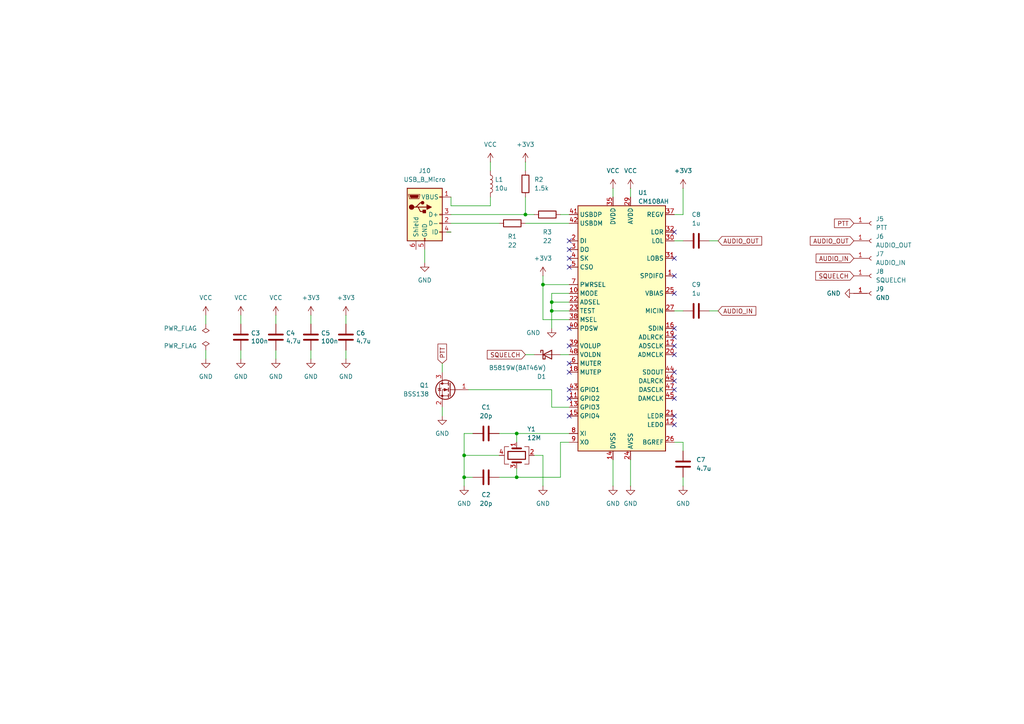
<source format=kicad_sch>
(kicad_sch (version 20231120) (generator "eeschema") (generator_version "8.0")
  (paper "A4")
  (lib_symbols
    (symbol "Cmedia_USB_Audio:CM108AH"
      (property "Reference" "U" (at 0 1.27 0))
      (property "Value" "CM108AH" (at 0 -1.27 0))
      (symbol "CM108AH_1_1"
        (rectangle (start -12.7 35.56) (end 12.7 -35.56) (stroke (width 0.254)) (fill (type background)))
        (pin output line (at 15.24 15.24 180) (length 2.54) (name "SPDIFO") (number "1"))
        (pin input line (at -15.24 10.16 0) (length 2.54) (name "MODE") (number "10"))
        (pin bidirectional line (at -15.24 -20.32 0) (length 2.54) (name "GPIO2") (number "11"))
        (pin output line (at 15.24 -27.94 180) (length 2.54) (name "LED0") (number "12"))
        (pin bidirectional line (at -15.24 -22.86 0) (length 2.54) (name "GPIO3") (number "13"))
        (pin power_in line (at -2.54 -38.1 90) (length 2.54) (name "DVSS") (number "14"))
        (pin bidirectional line (at -15.24 -25.4 0) (length 2.54) (name "GPIO4") (number "15"))
        (pin bidirectional line (at 15.24 0 180) (length 2.54) (name "SDIN") (number "16"))
        (pin bidirectional line (at 15.24 -5.08 180) (length 2.54) (name "ADSCLK") (number "17"))
        (pin input line (at -15.24 -12.7 0) (length 2.54) (name "MUTEP") (number "18"))
        (pin output line (at 15.24 -2.54 180) (length 2.54) (name "ADLRCK") (number "19"))
        (pin bidirectional line (at -15.24 25.4 0) (length 2.54) (name "DI") (number "2"))
        (pin bidirectional line (at 15.24 -7.62 180) (length 2.54) (name "ADMCLK") (number "20"))
        (pin output line (at 15.24 -25.4 180) (length 2.54) (name "LEDR") (number "21"))
        (pin input line (at -15.24 7.62 0) (length 2.54) (name "ADSEL") (number "22"))
        (pin input line (at -15.24 5.08 0) (length 2.54) (name "TEST") (number "23"))
        (pin power_in line (at 2.54 -38.1 90) (length 2.54) (name "AVSS") (number "24"))
        (pin output line (at 15.24 10.16 180) (length 2.54) (name "VBIAS") (number "25"))
        (pin passive line (at 15.24 -33.02 180) (length 2.54) (name "BGREF") (number "26"))
        (pin input line (at 15.24 5.08 180) (length 2.54) (name "MICIN") (number "27"))
        (pin no_connect line (at 15.24 30.48 180) (length 2.54) hide (name "N.C.") (number "28"))
        (pin power_in line (at 2.54 38.1 270) (length 2.54) (name "AVDD") (number "29"))
        (pin output line (at -15.24 22.86 0) (length 2.54) (name "DO") (number "3"))
        (pin output line (at 15.24 25.4 180) (length 2.54) (name "LOL") (number "30"))
        (pin output line (at 15.24 20.32 180) (length 2.54) (name "LOBS") (number "31"))
        (pin output line (at 15.24 27.94 180) (length 2.54) (name "LOR") (number "32"))
        (pin passive line (at 2.54 -38.1 90) (length 2.54) hide (name "AVSS") (number "33"))
        (pin passive line (at 2.54 38.1 270) (length 2.54) hide (name "AVDD") (number "34"))
        (pin power_in line (at -2.54 38.1 270) (length 2.54) (name "DVDD") (number "35"))
        (pin passive line (at -2.54 -38.1 90) (length 2.54) hide (name "DVSS") (number "36"))
        (pin power_out line (at 15.24 33.02 180) (length 2.54) (name "REGV") (number "37"))
        (pin input line (at -15.24 2.54 0) (length 2.54) (name "MSEL") (number "38"))
        (pin input line (at -15.24 -5.08 0) (length 2.54) (name "VOLUP") (number "39"))
        (pin output line (at -15.24 20.32 0) (length 2.54) (name "SK") (number "4"))
        (pin output line (at -15.24 0 0) (length 2.54) (name "PDSW") (number "40"))
        (pin bidirectional line (at -15.24 33.02 0) (length 2.54) (name "USBDP") (number "41"))
        (pin bidirectional line (at -15.24 30.48 0) (length 2.54) (name "USBDM") (number "42"))
        (pin bidirectional line (at -15.24 -17.78 0) (length 2.54) (name "GPIO1") (number "43"))
        (pin output line (at 15.24 -12.7 180) (length 2.54) (name "SDOUT") (number "44"))
        (pin output line (at 15.24 -20.32 180) (length 2.54) (name "DAMCLK") (number "45"))
        (pin output line (at 15.24 -15.24 180) (length 2.54) (name "DALRCK") (number "46"))
        (pin output line (at 15.24 -17.78 180) (length 2.54) (name "DASCLK") (number "47"))
        (pin input line (at -15.24 -7.62 0) (length 2.54) (name "VOLDN") (number "48"))
        (pin output line (at -15.24 17.78 0) (length 2.54) (name "CSO") (number "5"))
        (pin input line (at -15.24 -10.16 0) (length 2.54) (name "MUTER") (number "6"))
        (pin input line (at -15.24 12.7 0) (length 2.54) (name "PWRSEL") (number "7"))
        (pin input line (at -15.24 -30.48 0) (length 2.54) (name "XI") (number "8"))
        (pin output line (at -15.24 -33.02 0) (length 2.54) (name "XO") (number "9"))
      )
    )
    (symbol "Connector:Conn_01x01_Socket" (pin_names (offset 1.016) hide)
      (property "Reference" "J" (at 0 2.54 0))
      (property "Value" "Conn_01x01_Socket" (at 0 -2.54 0))
      (symbol "Conn_01x01_Socket_1_1"
        (polyline (pts (xy -1.27 0) (xy -0.508 0)) (stroke (width 0.1524)))
        (arc (start 0 0.508) (mid -0.5058 0) (end 0 -0.508) (stroke (width 0.1524)))
        (pin passive line (at -5.08 0 0) (length 3.81) (name "Pin_1") (number "1"))
      )
    )
    (symbol "Connector:USB_B_Micro" (pin_names (offset 1.016))
      (property "Reference" "J" (at -5.08 11.43 0))
      (property "Value" "USB_B_Micro" (at -5.08 8.89 0))
      (symbol "USB_B_Micro_0_1"
        (rectangle (start -5.08 -7.62) (end 5.08 7.62) (stroke (width 0.254)) (fill (type background)))
        (circle (center -3.81 2.159) (radius 0.635) (stroke (width 0.254)) (fill (type outline)))
        (circle (center -0.635 3.429) (radius 0.381) (stroke (width 0.254)) (fill (type outline)))
        (rectangle (start -0.127 -7.62) (end 0.127 -6.858))
        (polyline (pts (xy -1.905 2.159) (xy 0.635 2.159)) (stroke (width 0.254)))
        (polyline (pts (xy -3.175 2.159) (xy -2.54 2.159) (xy -1.27 3.429) (xy -0.635 3.429)) (stroke (width 0.254)))
        (polyline (pts (xy -2.54 2.159) (xy -1.905 2.159) (xy -1.27 0.889) (xy 0 0.889)) (stroke (width 0.254)))
        (polyline (pts (xy 0.635 2.794) (xy 0.635 1.524) (xy 1.905 2.159) (xy 0.635 2.794)) (stroke (width 0.254)) (fill (type outline)))
        (polyline (pts (xy -4.318 5.588) (xy -1.778 5.588) (xy -2.032 4.826) (xy -4.064 4.826) (xy -4.318 5.588)) (fill (type outline)))
        (polyline (pts (xy -4.699 5.842) (xy -4.699 5.588) (xy -4.445 4.826) (xy -4.445 4.572) (xy -1.651 4.572) (xy -1.651 4.826) (xy -1.397 5.588) (xy -1.397 5.842) (xy -4.699 5.842)))
        (rectangle (start 0.254 1.27) (end -0.508 0.508) (stroke (width 0.254)) (fill (type outline)))
        (rectangle (start 5.08 -5.207) (end 4.318 -4.953))
        (rectangle (start 5.08 -2.667) (end 4.318 -2.413))
        (rectangle (start 5.08 -0.127) (end 4.318 0.127))
        (rectangle (start 5.08 4.953) (end 4.318 5.207))
      )
      (symbol "USB_B_Micro_1_1"
        (pin power_out line (at 7.62 5.08 180) (length 2.54) (name "VBUS") (number "1"))
        (pin bidirectional line (at 7.62 -2.54 180) (length 2.54) (name "D-") (number "2"))
        (pin bidirectional line (at 7.62 0 180) (length 2.54) (name "D+") (number "3"))
        (pin passive line (at 7.62 -5.08 180) (length 2.54) (name "ID") (number "4"))
        (pin power_out line (at 0 -10.16 90) (length 2.54) (name "GND") (number "5"))
        (pin passive line (at -2.54 -10.16 90) (length 2.54) (name "Shield") (number "6"))
      )
    )
    (symbol "Device:C" (pin_numbers hide) (pin_names (offset 0.254))
      (property "Reference" "C" (at 0.635 2.54 0))
      (property "Value" "C" (at 0.635 -2.54 0))
      (symbol "C_0_1"
        (polyline (pts (xy -2.032 -0.762) (xy 2.032 -0.762)) (stroke (width 0.508)))
        (polyline (pts (xy -2.032 0.762) (xy 2.032 0.762)) (stroke (width 0.508)))
      )
      (symbol "C_1_1"
        (pin passive line (at 0 3.81 270) (length 2.794) (name "~") (number "1"))
        (pin passive line (at 0 -3.81 90) (length 2.794) (name "~") (number "2"))
      )
    )
    (symbol "Device:Crystal_GND24" (pin_names (offset 1.016) hide)
      (property "Reference" "Y" (at 3.175 5.08 0))
      (property "Value" "Crystal_GND24" (at 3.175 3.175 0))
      (symbol "Crystal_GND24_0_1"
        (rectangle (start -1.143 2.54) (end 1.143 -2.54) (stroke (width 0.3048)))
        (polyline (pts (xy -2.54 0) (xy -2.032 0)))
        (polyline (pts (xy -2.032 -1.27) (xy -2.032 1.27)) (stroke (width 0.508)))
        (polyline (pts (xy 0 -3.81) (xy 0 -3.556)))
        (polyline (pts (xy 0 3.556) (xy 0 3.81)))
        (polyline (pts (xy 2.032 -1.27) (xy 2.032 1.27)) (stroke (width 0.508)))
        (polyline (pts (xy 2.032 0) (xy 2.54 0)))
        (polyline (pts (xy -2.54 -2.286) (xy -2.54 -3.556) (xy 2.54 -3.556) (xy 2.54 -2.286)))
        (polyline (pts (xy -2.54 2.286) (xy -2.54 3.556) (xy 2.54 3.556) (xy 2.54 2.286)))
      )
      (symbol "Crystal_GND24_1_1"
        (pin passive line (at -3.81 0 0) (length 1.27) (name "1") (number "1"))
        (pin passive line (at 0 5.08 270) (length 1.27) (name "2") (number "2"))
        (pin passive line (at 3.81 0 180) (length 1.27) (name "3") (number "3"))
        (pin passive line (at 0 -5.08 90) (length 1.27) (name "4") (number "4"))
      )
    )
    (symbol "Device:D_Schottky" (pin_numbers hide) (pin_names (offset 1.016) hide)
      (property "Reference" "D" (at 0 2.54 0))
      (property "Value" "D_Schottky" (at 0 -2.54 0))
      (symbol "D_Schottky_0_1"
        (polyline (pts (xy 1.27 0) (xy -1.27 0)))
        (polyline (pts (xy 1.27 1.27) (xy 1.27 -1.27) (xy -1.27 0) (xy 1.27 1.27)) (stroke (width 0.254)))
        (polyline (pts (xy -1.905 0.635) (xy -1.905 1.27) (xy -1.27 1.27) (xy -1.27 -1.27) (xy -0.635 -1.27) (xy -0.635 -0.635)) (stroke (width 0.254)))
      )
      (symbol "D_Schottky_1_1"
        (pin passive line (at -3.81 0 0) (length 2.54) (name "K") (number "1"))
        (pin passive line (at 3.81 0 180) (length 2.54) (name "A") (number "2"))
      )
    )
    (symbol "Device:L" (pin_numbers hide) (pin_names (offset 1.016) hide)
      (property "Reference" "L" (at -1.27 0 90))
      (property "Value" "L" (at 1.905 0 90))
      (symbol "L_0_1"
        (arc (start 0 -2.54) (mid 0.6323 -1.905) (end 0 -1.27))
        (arc (start 0 -1.27) (mid 0.6323 -0.635) (end 0 0))
        (arc (start 0 0) (mid 0.6323 0.635) (end 0 1.27))
        (arc (start 0 1.27) (mid 0.6323 1.905) (end 0 2.54))
      )
      (symbol "L_1_1"
        (pin passive line (at 0 3.81 270) (length 1.27) (name "1") (number "1"))
        (pin passive line (at 0 -3.81 90) (length 1.27) (name "2") (number "2"))
      )
    )
    (symbol "Device:R" (pin_numbers hide) (pin_names (offset 0))
      (property "Reference" "R" (at 2.032 0 90))
      (property "Value" "R" (at 0 0 90))
      (symbol "R_0_1"
        (rectangle (start -1.016 -2.54) (end 1.016 2.54) (stroke (width 0.254)))
      )
      (symbol "R_1_1"
        (pin passive line (at 0 3.81 270) (length 1.27) (name "~") (number "1"))
        (pin passive line (at 0 -3.81 90) (length 1.27) (name "~") (number "2"))
      )
    )
    (symbol "Transistor_FET:BSS138" (pin_names hide)
      (property "Reference" "Q" (at 5.08 1.905 0))
      (property "Value" "BSS138" (at 5.08 0 0))
      (symbol "BSS138_0_1"
        (polyline (pts (xy 0.254 0) (xy -2.54 0)))
        (polyline (pts (xy 0.254 1.905) (xy 0.254 -1.905)) (stroke (width 0.254)))
        (polyline (pts (xy 0.762 -1.27) (xy 0.762 -2.286)) (stroke (width 0.254)))
        (polyline (pts (xy 0.762 0.508) (xy 0.762 -0.508)) (stroke (width 0.254)))
        (polyline (pts (xy 0.762 2.286) (xy 0.762 1.27)) (stroke (width 0.254)))
        (polyline (pts (xy 2.54 2.54) (xy 2.54 1.778)))
        (polyline (pts (xy 2.54 -2.54) (xy 2.54 0) (xy 0.762 0)))
        (polyline (pts (xy 0.762 -1.778) (xy 3.302 -1.778) (xy 3.302 1.778) (xy 0.762 1.778)))
        (polyline (pts (xy 1.016 0) (xy 2.032 0.381) (xy 2.032 -0.381) (xy 1.016 0)) (fill (type outline)))
        (polyline (pts (xy 2.794 0.508) (xy 2.921 0.381) (xy 3.683 0.381) (xy 3.81 0.254)))
        (polyline (pts (xy 3.302 0.381) (xy 2.921 -0.254) (xy 3.683 -0.254) (xy 3.302 0.381)))
        (circle (center 1.651 0) (radius 2.794) (stroke (width 0.254)))
        (circle (center 2.54 -1.778) (radius 0.254) (fill (type outline)))
        (circle (center 2.54 1.778) (radius 0.254) (fill (type outline)))
      )
      (symbol "BSS138_1_1"
        (pin input line (at -5.08 0 0) (length 2.54) (name "G") (number "1"))
        (pin passive line (at 2.54 -5.08 90) (length 2.54) (name "S") (number "2"))
        (pin passive line (at 2.54 5.08 270) (length 2.54) (name "D") (number "3"))
      )
    )
    (symbol "power:+3V3" (power) (pin_numbers hide) (pin_names (offset 0) hide)
      (property "Value" "+3V3" (at 0 3.556 0))
      (symbol "+3V3_0_1"
        (polyline (pts (xy -0.762 1.27) (xy 0 2.54)))
        (polyline (pts (xy 0 0) (xy 0 2.54)))
        (polyline (pts (xy 0 2.54) (xy 0.762 1.27)))
      )
      (symbol "+3V3_1_1"
        (pin power_in line (at 0 0 90) (length 0) (name "~") (number "1"))
      )
    )
    (symbol "power:GND" (power) (pin_numbers hide) (pin_names (offset 0) hide)
      (property "Value" "GND" (at 0 -3.81 0))
      (symbol "GND_0_1"
        (polyline (pts (xy 0 0) (xy 0 -1.27) (xy 1.27 -1.27) (xy 0 -2.54) (xy -1.27 -1.27) (xy 0 -1.27)))
      )
      (symbol "GND_1_1"
        (pin power_in line (at 0 0 270) (length 0) (name "~") (number "1"))
      )
    )
    (symbol "power:PWR_FLAG" (power) (pin_numbers hide) (pin_names (offset 0) hide)
      (property "Value" "PWR_FLAG" (at 0 3.81 0))
      (symbol "PWR_FLAG_0_0"
        (pin power_out line (at 0 0 90) (length 0) (name "~") (number "1"))
      )
      (symbol "PWR_FLAG_0_1"
        (polyline (pts (xy 0 0) (xy 0 1.27) (xy -1.016 1.905) (xy 0 2.54) (xy 1.016 1.905) (xy 0 1.27)))
      )
    )
    (symbol "power:VCC" (power) (pin_numbers hide) (pin_names (offset 0) hide)
      (property "Value" "VCC" (at 0 3.556 0))
      (symbol "VCC_0_1"
        (polyline (pts (xy -0.762 1.27) (xy 0 2.54)))
        (polyline (pts (xy 0 0) (xy 0 2.54)))
        (polyline (pts (xy 0 2.54) (xy 0.762 1.27)))
      )
      (symbol "VCC_1_1"
        (pin power_in line (at 0 0 90) (length 0) (name "~") (number "1"))
      )
    )
  )
  (junction (at 160.02 90.17))
  (junction (at 149.86 125.73))
  (junction (at 157.48 82.55))
  (junction (at 152.4 62.23))
  (junction (at 134.62 138.43))
  (junction (at 149.86 138.43))
  (junction (at 160.02 87.63))
  (junction (at 134.62 132.08))
  (no_connect (at 195.58 80.01))
  (no_connect (at 165.1 105.41))
  (no_connect (at 195.58 95.25))
  (no_connect (at 195.58 85.09))
  (no_connect (at 165.1 72.39))
  (no_connect (at 195.58 123.19))
  (no_connect (at 195.58 67.31))
  (no_connect (at 195.58 120.65))
  (no_connect (at 195.58 115.57))
  (no_connect (at 165.1 115.57))
  (no_connect (at 165.1 100.33))
  (no_connect (at 195.58 102.87))
  (no_connect (at 165.1 95.25))
  (no_connect (at 165.1 107.95))
  (no_connect (at 195.58 113.03))
  (no_connect (at 165.1 69.85))
  (no_connect (at 195.58 110.49))
  (no_connect (at 195.58 100.33))
  (no_connect (at 165.1 77.47))
  (no_connect (at 195.58 97.79))
  (no_connect (at 165.1 74.93))
  (no_connect (at 195.58 74.93))
  (no_connect (at 165.1 113.03))
  (no_connect (at 165.1 120.65))
  (no_connect (at 195.58 107.95))
  (wire (pts (xy 142.24 59.69) (xy 142.24 57.15)))
  (wire (pts (xy 80.01 104.14) (xy 80.01 101.6)))
  (wire (pts (xy 128.27 120.65) (xy 128.27 118.11)))
  (wire (pts (xy 157.48 80.01) (xy 157.48 82.55)))
  (wire (pts (xy 177.8 133.35) (xy 177.8 140.97)))
  (wire (pts (xy 59.69 101.6) (xy 59.69 104.14)))
  (wire (pts (xy 160.02 87.63) (xy 160.02 90.17)))
  (wire (pts (xy 130.81 64.77) (xy 144.78 64.77)))
  (wire (pts (xy 165.1 85.09) (xy 160.02 85.09)))
  (wire (pts (xy 128.27 105.41) (xy 128.27 107.95)))
  (wire (pts (xy 152.4 46.99) (xy 152.4 49.53)))
  (wire (pts (xy 100.33 93.98) (xy 100.33 91.44)))
  (wire (pts (xy 198.12 90.17) (xy 195.58 90.17)))
  (wire (pts (xy 162.56 138.43) (xy 149.86 138.43)))
  (wire (pts (xy 123.19 76.2) (xy 123.19 72.39)))
  (wire (pts (xy 134.62 125.73) (xy 134.62 132.08)))
  (wire (pts (xy 198.12 69.85) (xy 195.58 69.85)))
  (wire (pts (xy 177.8 54.61) (xy 177.8 57.15)))
  (wire (pts (xy 149.86 138.43) (xy 149.86 135.89)))
  (wire (pts (xy 157.48 82.55) (xy 165.1 82.55)))
  (wire (pts (xy 162.56 102.87) (xy 165.1 102.87)))
  (wire (pts (xy 160.02 87.63) (xy 165.1 87.63)))
  (wire (pts (xy 154.94 132.08) (xy 157.48 132.08)))
  (wire (pts (xy 162.56 128.27) (xy 162.56 138.43)))
  (wire (pts (xy 80.01 93.98) (xy 80.01 91.44)))
  (wire (pts (xy 137.16 138.43) (xy 134.62 138.43)))
  (wire (pts (xy 90.17 104.14) (xy 90.17 101.6)))
  (wire (pts (xy 165.1 92.71) (xy 157.48 92.71)))
  (wire (pts (xy 198.12 130.81) (xy 198.12 128.27)))
  (wire (pts (xy 157.48 132.08) (xy 157.48 140.97)))
  (wire (pts (xy 160.02 90.17) (xy 160.02 95.25)))
  (wire (pts (xy 198.12 62.23) (xy 195.58 62.23)))
  (wire (pts (xy 135.89 113.03) (xy 160.02 113.03)))
  (wire (pts (xy 152.4 62.23) (xy 154.94 62.23)))
  (wire (pts (xy 142.24 46.99) (xy 142.24 49.53)))
  (wire (pts (xy 100.33 104.14) (xy 100.33 101.6)))
  (wire (pts (xy 162.56 128.27) (xy 165.1 128.27)))
  (wire (pts (xy 130.81 59.69) (xy 130.81 57.15)))
  (wire (pts (xy 90.17 91.44) (xy 90.17 93.98)))
  (wire (pts (xy 149.86 125.73) (xy 165.1 125.73)))
  (wire (pts (xy 144.78 138.43) (xy 149.86 138.43)))
  (wire (pts (xy 157.48 92.71) (xy 157.48 82.55)))
  (wire (pts (xy 130.81 62.23) (xy 152.4 62.23)))
  (wire (pts (xy 198.12 54.61) (xy 198.12 62.23)))
  (wire (pts (xy 137.16 125.73) (xy 134.62 125.73)))
  (wire (pts (xy 134.62 132.08) (xy 134.62 138.43)))
  (wire (pts (xy 130.81 59.69) (xy 142.24 59.69)))
  (wire (pts (xy 205.74 69.85) (xy 208.28 69.85)))
  (wire (pts (xy 182.88 54.61) (xy 182.88 57.15)))
  (wire (pts (xy 160.02 90.17) (xy 165.1 90.17)))
  (wire (pts (xy 149.86 125.73) (xy 149.86 128.27)))
  (wire (pts (xy 154.94 102.87) (xy 152.4 102.87)))
  (wire (pts (xy 144.78 132.08) (xy 134.62 132.08)))
  (wire (pts (xy 69.85 91.44) (xy 69.85 93.98)))
  (wire (pts (xy 160.02 113.03) (xy 160.02 118.11)))
  (wire (pts (xy 162.56 62.23) (xy 165.1 62.23)))
  (wire (pts (xy 134.62 140.97) (xy 134.62 138.43)))
  (wire (pts (xy 205.74 90.17) (xy 208.28 90.17)))
  (wire (pts (xy 144.78 125.73) (xy 149.86 125.73)))
  (wire (pts (xy 160.02 118.11) (xy 165.1 118.11)))
  (wire (pts (xy 152.4 57.15) (xy 152.4 62.23)))
  (wire (pts (xy 198.12 138.43) (xy 198.12 140.97)))
  (wire (pts (xy 160.02 85.09) (xy 160.02 87.63)))
  (wire (pts (xy 129.54 67.31) (xy 130.81 67.31)))
  (wire (pts (xy 152.4 64.77) (xy 165.1 64.77)))
  (wire (pts (xy 198.12 128.27) (xy 195.58 128.27)))
  (wire (pts (xy 59.69 91.44) (xy 59.69 93.98)))
  (wire (pts (xy 69.85 104.14) (xy 69.85 101.6)))
  (wire (pts (xy 182.88 133.35) (xy 182.88 140.97)))
  (global_label "AUDIO_IN" (shape input) (at 208.28 90.17 0) (property "Intersheetrefs" "${INTERSHEET_REFS}" (effects (hide yes))))
  (global_label "PTT" (shape input) (at 247.65 64.77 180) (property "Intersheetrefs" "${INTERSHEET_REFS}" (effects (hide yes))))
  (global_label "AUDIO_OUT" (shape input) (at 208.28 69.85 0) (property "Intersheetrefs" "${INTERSHEET_REFS}" (effects (hide yes))))
  (global_label "AUDIO_IN" (shape input) (at 247.65 74.93 180) (property "Intersheetrefs" "${INTERSHEET_REFS}" (effects (hide yes))))
  (global_label "AUDIO_OUT" (shape input) (at 247.65 69.85 180) (property "Intersheetrefs" "${INTERSHEET_REFS}" (effects (hide yes))))
  (global_label "SQUELCH" (shape input) (at 247.65 80.01 180) (property "Intersheetrefs" "${INTERSHEET_REFS}" (effects (hide yes))))
  (global_label "SQUELCH" (shape input) (at 152.4 102.87 180) (property "Intersheetrefs" "${INTERSHEET_REFS}" (effects (hide yes))))
  (global_label "PTT" (shape input) (at 128.27 105.41 90) (property "Intersheetrefs" "${INTERSHEET_REFS}" (effects (hide yes))))
  (symbol (lib_id "Device:R") (at 158.75 62.23 270) (unit 1)
    (property "Reference" "R3" (at 158.75 67.31 90))
    (property "Value" "22" (at 158.75 69.85 90))
    (property "Footprint" "Resistor_SMD:R_0603_1608Metric" (effects (hide yes)))
  )
  (symbol (lib_id "Device:R") (at 148.59 64.77 270) (unit 1)
    (property "Reference" "R1" (at 148.59 68.58 90))
    (property "Value" "22" (at 148.59 71.12 90))
    (property "Footprint" "Resistor_SMD:R_0603_1608Metric" (effects (hide yes)))
  )
  (symbol (lib_id "Device:R") (at 152.4 53.34 180) (unit 1)
    (property "Reference" "R2" (at 154.94 52.0699 0) (effects (justify right)))
    (property "Value" "1.5k" (at 154.94 54.6099 0) (effects (justify right)))
    (property "Footprint" "Resistor_SMD:R_0603_1608Metric" (effects (hide yes)))
  )
  (symbol (lib_id "Device:C") (at 140.97 138.43 90) (mirror x) (unit 1)
    (property "Reference" "C2" (at 140.97 143.51 90))
    (property "Value" "20p" (at 140.97 146.05 90))
    (property "Footprint" "Capacitor_SMD:C_0603_1608Metric" (effects (hide yes)))
  )
  (symbol (lib_id "Device:C") (at 140.97 125.73 270) (unit 1)
    (property "Reference" "C1" (at 140.97 118.11 90))
    (property "Value" "20p" (at 140.97 120.65 90))
    (property "Footprint" "Capacitor_SMD:C_0603_1608Metric" (effects (hide yes)))
  )
  (symbol (lib_id "Device:C") (at 198.12 134.62 0) (unit 1)
    (property "Reference" "C7" (at 201.93 133.3499 0) (effects (justify left)))
    (property "Value" "4.7u" (at 201.93 135.8899 0) (effects (justify left)))
    (property "Footprint" "Capacitor_SMD:C_0603_1608Metric" (effects (hide yes)))
  )
  (symbol (lib_id "power:GND") (at 198.12 140.97 0) (unit 1)
    (property "Reference" "#PWR025" (effects (hide yes)))
    (property "Value" "GND" (at 198.12 146.05 0))
    (property "Description" "Power symbol creates a global label with name \"GND\" , ground" (effects (hide yes)))
  )
  (symbol (lib_id "Device:C") (at 201.93 90.17 270) (unit 1)
    (property "Reference" "C9" (at 201.93 82.55 90))
    (property "Value" "1u" (at 201.93 85.09 90))
    (property "Footprint" "Capacitor_SMD:C_0603_1608Metric" (effects (hide yes)))
  )
  (symbol (lib_id "Device:Crystal_GND24") (at 149.86 132.08 270) (unit 1)
    (property "Reference" "Y1" (at 152.8765 124.46 90) (effects (justify left)))
    (property "Value" "12M" (at 152.8765 127 90) (effects (justify left)))
    (property "Footprint" "Crystal:Crystal_SMD_3225-4Pin_3.2x2.5mm" (effects (hide yes)))
  )
  (symbol (lib_id "power:GND") (at 157.48 140.97 0) (unit 1)
    (property "Reference" "#PWR016" (effects (hide yes)))
    (property "Value" "GND" (at 157.48 146.05 0))
    (property "Description" "Power symbol creates a global label with name \"GND\" , ground" (effects (hide yes)))
  )
  (symbol (lib_id "power:GND") (at 134.62 140.97 0) (unit 1)
    (property "Reference" "#PWR07" (effects (hide yes)))
    (property "Value" "GND" (at 134.62 146.05 0))
    (property "Description" "Power symbol creates a global label with name \"GND\" , ground" (effects (hide yes)))
  )
  (symbol (lib_id "power:VCC") (at 142.24 46.99 0) (unit 1)
    (property "Reference" "#PWR010" (effects (hide yes)))
    (property "Value" "VCC" (at 142.24 41.91 0))
    (property "Description" "Power symbol creates a global label with name \"VCC\"" (effects (hide yes)))
  )
  (symbol (lib_id "power:GND") (at 123.19 76.2 0) (unit 1)
    (property "Reference" "#PWR011" (effects (hide yes)))
    (property "Value" "GND" (at 123.19 81.28 0))
    (property "Description" "Power symbol creates a global label with name \"GND\" , ground" (effects (hide yes)))
  )
  (symbol (lib_id "Transistor_FET:BSS138") (at 130.81 113.03 0) (mirror y) (unit 1)
    (property "Reference" "Q1" (at 124.46 111.7599 0) (effects (justify left)))
    (property "Value" "BSS138" (at 124.46 114.2999 0) (effects (justify left)))
    (property "Footprint" "Package_TO_SOT_SMD:SOT-23" (effects (hide yes)))
    (property "Datasheet" "https://www.fairchildsemi.com/datasheets/BS/BSS138.pdf" (effects (hide yes)))
  )
  (symbol (lib_id "power:GND") (at 128.27 120.65 0) (mirror y) (unit 1)
    (property "Reference" "#PWR026" (effects (hide yes)))
    (property "Value" "GND" (at 128.27 125.73 0))
    (property "Description" "Power symbol creates a global label with name \"GND\" , ground" (effects (hide yes)))
  )
  (symbol (lib_id "Device:D_Schottky") (at 158.75 102.87 0) (unit 1)
    (property "Reference" "D1" (at 158.4325 109.22 0) (effects (justify right)))
    (property "Value" "B5819W(BAT46W)" (at 158.4325 106.68 0) (effects (justify right)))
    (property "Footprint" "Diode_SMD:D_SOD-123" (effects (hide yes)))
    (property "LCSC" "C8598" (effects (hide yes)))
  )
  (symbol (lib_id "Device:L") (at 142.24 53.34 0) (unit 1)
    (property "Reference" "L1" (at 143.51 52.0699 0) (effects (justify left)))
    (property "Value" "10u" (at 143.51 54.6099 0) (effects (justify left)))
    (property "Footprint" "Inductor_SMD:L_0805_2012Metric" (effects (hide yes)))
  )
  (symbol (lib_id "Device:C") (at 90.17 97.79 0) (unit 1)
    (property "Reference" "C5" (at 93.091 96.6216 0) (effects (justify left)))
    (property "Value" "100n" (at 93.091 98.933 0) (effects (justify left)))
    (property "Footprint" "Capacitor_SMD:C_0603_1608Metric" (effects (hide yes)))
  )
  (symbol (lib_id "power:+3V3") (at 90.17 91.44 0) (unit 1)
    (property "Reference" "#PWR0101" (effects (hide yes)))
    (property "Value" "+3V3" (at 90.17 86.36 0))
    (property "Description" "Power symbol creates a global label with name \"+3V3\"" (effects (hide yes)))
  )
  (symbol (lib_id "power:GND") (at 90.17 104.14 0) (unit 1)
    (property "Reference" "#PWR0102" (effects (hide yes)))
    (property "Value" "GND" (at 90.17 109.22 0))
    (property "Description" "Power symbol creates a global label with name \"GND\" , ground" (effects (hide yes)))
  )
  (symbol (lib_id "power:+3V3") (at 152.4 46.99 0) (unit 1)
    (property "Reference" "#PWR014" (effects (hide yes)))
    (property "Value" "+3V3" (at 152.4 41.91 0))
    (property "Description" "Power symbol creates a global label with name \"+3V3\"" (effects (hide yes)))
  )
  (symbol (lib_id "power:+3V3") (at 100.33 91.44 0) (unit 1)
    (property "Reference" "#PWR012" (effects (hide yes)))
    (property "Value" "+3V3" (at 100.33 86.36 0))
    (property "Description" "Power symbol creates a global label with name \"+3V3\"" (effects (hide yes)))
  )
  (symbol (lib_id "Device:C") (at 100.33 97.79 0) (unit 1)
    (property "Reference" "C6" (at 103.251 96.6216 0) (effects (justify left)))
    (property "Value" "4.7u" (at 103.251 98.933 0) (effects (justify left)))
    (property "Footprint" "Capacitor_SMD:C_0603_1608Metric" (effects (hide yes)))
  )
  (symbol (lib_id "power:GND") (at 100.33 104.14 0) (unit 1)
    (property "Reference" "#PWR013" (effects (hide yes)))
    (property "Value" "GND" (at 100.33 109.22 0))
    (property "Description" "Power symbol creates a global label with name \"GND\" , ground" (effects (hide yes)))
  )
  (symbol (lib_id "Device:C") (at 80.01 97.79 0) (unit 1)
    (property "Reference" "C4" (at 82.931 96.6216 0) (effects (justify left)))
    (property "Value" "4.7u" (at 82.931 98.933 0) (effects (justify left)))
    (property "Footprint" "Capacitor_SMD:C_0603_1608Metric" (effects (hide yes)))
  )
  (symbol (lib_id "power:VCC") (at 69.85 91.44 0) (unit 1)
    (property "Reference" "#PWR03" (effects (hide yes)))
    (property "Value" "VCC" (at 69.85 86.36 0))
    (property "Description" "Power symbol creates a global label with name \"VCC\"" (effects (hide yes)))
  )
  (symbol (lib_id "Device:C") (at 69.85 97.79 0) (unit 1)
    (property "Reference" "C3" (at 72.771 96.6216 0) (effects (justify left)))
    (property "Value" "100n" (at 72.771 98.933 0) (effects (justify left)))
    (property "Footprint" "Capacitor_SMD:C_0603_1608Metric" (effects (hide yes)))
  )
  (symbol (lib_id "power:GND") (at 69.85 104.14 0) (unit 1)
    (property "Reference" "#PWR04" (effects (hide yes)))
    (property "Value" "GND" (at 69.85 109.22 0))
    (property "Description" "Power symbol creates a global label with name \"GND\" , ground" (effects (hide yes)))
  )
  (symbol (lib_id "power:VCC") (at 80.01 91.44 0) (unit 1)
    (property "Reference" "#PWR08" (effects (hide yes)))
    (property "Value" "VCC" (at 80.01 86.36 0))
    (property "Description" "Power symbol creates a global label with name \"VCC\"" (effects (hide yes)))
  )
  (symbol (lib_id "power:GND") (at 80.01 104.14 0) (unit 1)
    (property "Reference" "#PWR09" (effects (hide yes)))
    (property "Value" "GND" (at 80.01 109.22 0))
    (property "Description" "Power symbol creates a global label with name \"GND\" , ground" (effects (hide yes)))
  )
  (symbol (lib_id "Device:C") (at 201.93 69.85 270) (unit 1)
    (property "Reference" "C8" (at 201.93 62.23 90))
    (property "Value" "1u" (at 201.93 64.77 90))
    (property "Footprint" "Capacitor_SMD:C_0603_1608Metric" (effects (hide yes)))
  )
  (symbol (lib_id "power:GND") (at 59.69 104.14 0) (unit 1)
    (property "Reference" "#PWR02" (effects (hide yes)))
    (property "Value" "GND" (at 59.69 109.22 0))
    (property "Description" "Power symbol creates a global label with name \"GND\" , ground" (effects (hide yes)))
  )
  (symbol (lib_id "power:PWR_FLAG") (at 59.69 101.6 0) (unit 1)
    (property "Reference" "#FLG02" (effects (hide yes)))
    (property "Value" "PWR_FLAG" (at 57.15 100.3299 0) (effects (justify right)))
    (property "Description" "Special symbol for telling ERC where power comes from" (effects (hide yes)))
  )
  (symbol (lib_id "power:PWR_FLAG") (at 59.69 93.98 180) (unit 1)
    (property "Reference" "#FLG01" (effects (hide yes)))
    (property "Value" "PWR_FLAG" (at 57.15 95.2499 0) (effects (justify left)))
    (property "Description" "Special symbol for telling ERC where power comes from" (effects (hide yes)))
  )
  (symbol (lib_id "power:VCC") (at 59.69 91.44 0) (unit 1)
    (property "Reference" "#PWR01" (effects (hide yes)))
    (property "Value" "VCC" (at 59.69 86.36 0))
    (property "Description" "Power symbol creates a global label with name \"VCC\"" (effects (hide yes)))
  )
  (symbol (lib_id "Connector:USB_B_Micro") (at 123.19 62.23 0) (unit 1)
    (property "Reference" "J10" (at 123.19 49.53 0))
    (property "Value" "USB_B_Micro" (at 123.19 52.07 0))
    (property "Footprint" "Connector_USB:USB_Micro-B_Amphenol_10103594-0001LF_Horizontal" (effects (hide yes)))
    (property "Description" "USB Micro Type B connector" (effects (hide yes)))
  )
  (symbol (lib_id "Cmedia_USB_Audio:CM108AH") (at 180.34 95.25 0) (unit 1)
    (property "Reference" "U1" (at 185.0741 55.88 0) (effects (justify left)))
    (property "Value" "CM108AH" (at 185.0741 58.42 0) (effects (justify left)))
    (property "Footprint" "Package_QFP:LQFP-48_7x7mm_P0.5mm" (effects (hide yes)))
    (property "Datasheet" "https://datasheet.lcsc.com/lcsc/1912111437_Cmedia-CM108AH_C371346.pdf" (effects (hide yes)))
    (property "Description" "Highly Integrated USB Audio I/O Controller" (effects (hide yes)))
  )
  (symbol (lib_id "power:GND") (at 177.8 140.97 0) (unit 1)
    (property "Reference" "#PWR029" (effects (hide yes)))
    (property "Value" "GND" (at 177.8 146.05 0))
    (property "Description" "Power symbol creates a global label with name \"GND\" , ground" (effects (hide yes)))
  )
  (symbol (lib_id "power:VCC") (at 177.8 54.61 0) (unit 1)
    (property "Reference" "#PWR05" (effects (hide yes)))
    (property "Value" "VCC" (at 177.8 49.53 0))
    (property "Description" "Power symbol creates a global label with name \"VCC\"" (effects (hide yes)))
  )
  (symbol (lib_id "power:GND") (at 160.02 95.25 0) (mirror y) (unit 1)
    (property "Reference" "#PWR030" (effects (hide yes)))
    (property "Value" "GND" (at 154.686 96.52 0))
    (property "Description" "Power symbol creates a global label with name \"GND\" , ground" (effects (hide yes)))
  )
  (symbol (lib_id "Connector:Conn_01x01_Socket") (at 252.73 74.93 0) (unit 1)
    (property "Reference" "J7" (at 254 73.6599 0) (effects (justify left)))
    (property "Value" "AUDIO_IN" (at 254 76.1999 0) (effects (justify left)))
    (property "Footprint" "Connector_PinHeader_2.54mm:PinHeader_1x01_P2.54mm_Vertical" (effects (hide yes)))
    (property "Description" "Generic connector, single row, 01x01, script generated" (effects (hide yes)))
  )
  (symbol (lib_id "Connector:Conn_01x01_Socket") (at 252.73 85.09 0) (unit 1)
    (property "Reference" "J9" (at 254 83.8199 0) (effects (justify left)))
    (property "Value" "GND" (at 254 86.3599 0) (effects (justify left)))
    (property "Footprint" "Connector_PinHeader_2.54mm:PinHeader_1x01_P2.54mm_Vertical" (effects (hide yes)))
    (property "Description" "Generic connector, single row, 01x01, script generated" (effects (hide yes)))
  )
  (symbol (lib_id "power:+3V3") (at 198.12 54.61 0) (unit 1)
    (property "Reference" "#PWR027" (effects (hide yes)))
    (property "Value" "+3V3" (at 198.12 49.53 0))
    (property "Description" "Power symbol creates a global label with name \"+3V3\"" (effects (hide yes)))
  )
  (symbol (lib_id "Connector:Conn_01x01_Socket") (at 252.73 64.77 0) (unit 1)
    (property "Reference" "J5" (at 254 63.4999 0) (effects (justify left)))
    (property "Value" "PTT" (at 254 66.0399 0) (effects (justify left)))
    (property "Footprint" "Connector_PinHeader_2.54mm:PinHeader_1x01_P2.54mm_Vertical" (effects (hide yes)))
    (property "Description" "Generic connector, single row, 01x01, script generated" (effects (hide yes)))
  )
  (symbol (lib_id "power:+3V3") (at 157.48 80.01 0) (unit 1)
    (property "Reference" "#PWR033" (effects (hide yes)))
    (property "Value" "+3V3" (at 157.48 74.93 0))
    (property "Description" "Power symbol creates a global label with name \"+3V3\"" (effects (hide yes)))
  )
  (symbol (lib_id "Connector:Conn_01x01_Socket") (at 252.73 80.01 0) (unit 1)
    (property "Reference" "J8" (at 254 78.7399 0) (effects (justify left)))
    (property "Value" "SQUELCH" (at 254 81.2799 0) (effects (justify left)))
    (property "Footprint" "Connector_PinHeader_2.54mm:PinHeader_1x01_P2.54mm_Vertical" (effects (hide yes)))
    (property "Description" "Generic connector, single row, 01x01, script generated" (effects (hide yes)))
  )
  (symbol (lib_id "Connector:Conn_01x01_Socket") (at 252.73 69.85 0) (unit 1)
    (property "Reference" "J6" (at 254 68.5799 0) (effects (justify left)))
    (property "Value" "AUDIO_OUT" (at 254 71.1199 0) (effects (justify left)))
    (property "Footprint" "Connector_PinHeader_2.54mm:PinHeader_1x01_P2.54mm_Vertical" (effects (hide yes)))
    (property "Description" "Generic connector, single row, 01x01, script generated" (effects (hide yes)))
  )
  (symbol (lib_id "power:GND") (at 247.65 85.09 270) (unit 1)
    (property "Reference" "#PWR015" (effects (hide yes)))
    (property "Value" "GND" (at 243.84 85.0899 90) (effects (justify right)))
    (property "Description" "Power symbol creates a global label with name \"GND\" , ground" (effects (hide yes)))
  )
  (symbol (lib_id "power:GND") (at 182.88 140.97 0) (unit 1)
    (property "Reference" "#PWR028" (effects (hide yes)))
    (property "Value" "GND" (at 182.88 146.05 0))
    (property "Description" "Power symbol creates a global label with name \"GND\" , ground" (effects (hide yes)))
  )
  (symbol (lib_id "power:VCC") (at 182.88 54.61 0) (unit 1)
    (property "Reference" "#PWR06" (effects (hide yes)))
    (property "Value" "VCC" (at 182.88 49.53 0))
    (property "Description" "Power symbol creates a global label with name \"VCC\"" (effects (hide yes)))
  )
)
</source>
